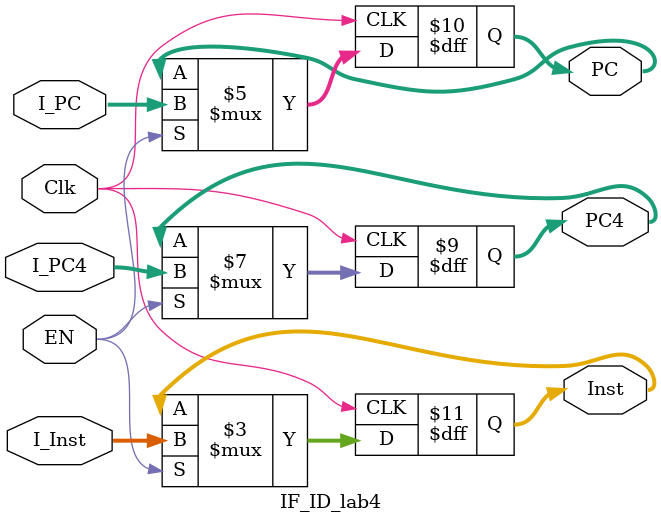
<source format=v>
`timescale 1ns / 1ps
module IF_ID_lab4(Clk, EN, I_PC4, I_PC, I_Inst, PC4, PC, Inst
    );
	 input Clk;
     input EN;
	 input [31:0] I_PC4, I_PC, I_Inst;		//从IF流水段输入的信号；
	 output reg [31:0] PC4, PC, Inst;		//输出至ID流水段的信号；
	 
	 always @ (negedge Clk)
	   begin
            if (EN) begin
		        PC4  <= I_PC4;
		        PC   <= I_PC;
		        Inst <= I_Inst;
            end
		end
	 
	 initial begin							//对流水线寄存器进行初始化；
	   PC4 = 32'h0; PC = 32'h0; Inst = 32'h0;
	 end
endmodule

</source>
